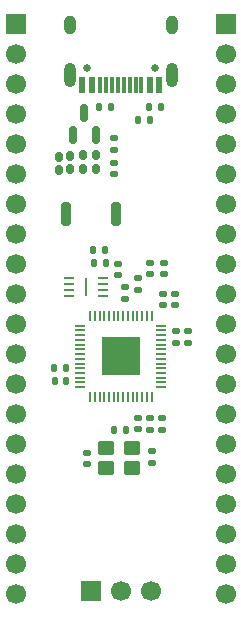
<source format=gbr>
%TF.GenerationSoftware,KiCad,Pcbnew,9.0.5*%
%TF.CreationDate,2025-11-27T10:56:10-06:00*%
%TF.ProjectId,devboard,64657662-6f61-4726-942e-6b696361645f,rev?*%
%TF.SameCoordinates,Original*%
%TF.FileFunction,Soldermask,Top*%
%TF.FilePolarity,Negative*%
%FSLAX46Y46*%
G04 Gerber Fmt 4.6, Leading zero omitted, Abs format (unit mm)*
G04 Created by KiCad (PCBNEW 9.0.5) date 2025-11-27 10:56:10*
%MOMM*%
%LPD*%
G01*
G04 APERTURE LIST*
G04 Aperture macros list*
%AMRoundRect*
0 Rectangle with rounded corners*
0 $1 Rounding radius*
0 $2 $3 $4 $5 $6 $7 $8 $9 X,Y pos of 4 corners*
0 Add a 4 corners polygon primitive as box body*
4,1,4,$2,$3,$4,$5,$6,$7,$8,$9,$2,$3,0*
0 Add four circle primitives for the rounded corners*
1,1,$1+$1,$2,$3*
1,1,$1+$1,$4,$5*
1,1,$1+$1,$6,$7*
1,1,$1+$1,$8,$9*
0 Add four rect primitives between the rounded corners*
20,1,$1+$1,$2,$3,$4,$5,0*
20,1,$1+$1,$4,$5,$6,$7,0*
20,1,$1+$1,$6,$7,$8,$9,0*
20,1,$1+$1,$8,$9,$2,$3,0*%
G04 Aperture macros list end*
%ADD10RoundRect,0.140000X-0.170000X0.140000X-0.170000X-0.140000X0.170000X-0.140000X0.170000X0.140000X0*%
%ADD11RoundRect,0.050000X-0.387500X-0.050000X0.387500X-0.050000X0.387500X0.050000X-0.387500X0.050000X0*%
%ADD12RoundRect,0.050000X-0.050000X-0.387500X0.050000X-0.387500X0.050000X0.387500X-0.050000X0.387500X0*%
%ADD13R,3.200000X3.200000*%
%ADD14RoundRect,0.200000X-0.200000X-0.800000X0.200000X-0.800000X0.200000X0.800000X-0.200000X0.800000X0*%
%ADD15RoundRect,0.140000X-0.140000X-0.170000X0.140000X-0.170000X0.140000X0.170000X-0.140000X0.170000X0*%
%ADD16RoundRect,0.062500X-0.387500X-0.062500X0.387500X-0.062500X0.387500X0.062500X-0.387500X0.062500X0*%
%ADD17R,0.200000X1.600000*%
%ADD18R,1.700000X1.700000*%
%ADD19C,1.700000*%
%ADD20RoundRect,0.135000X0.135000X0.185000X-0.135000X0.185000X-0.135000X-0.185000X0.135000X-0.185000X0*%
%ADD21RoundRect,0.160000X-0.160000X0.222500X-0.160000X-0.222500X0.160000X-0.222500X0.160000X0.222500X0*%
%ADD22RoundRect,0.135000X-0.135000X-0.185000X0.135000X-0.185000X0.135000X0.185000X-0.135000X0.185000X0*%
%ADD23RoundRect,0.140000X0.170000X-0.140000X0.170000X0.140000X-0.170000X0.140000X-0.170000X-0.140000X0*%
%ADD24RoundRect,0.135000X0.185000X-0.135000X0.185000X0.135000X-0.185000X0.135000X-0.185000X-0.135000X0*%
%ADD25RoundRect,0.150000X0.150000X-0.587500X0.150000X0.587500X-0.150000X0.587500X-0.150000X-0.587500X0*%
%ADD26RoundRect,0.250000X0.450000X0.350000X-0.450000X0.350000X-0.450000X-0.350000X0.450000X-0.350000X0*%
%ADD27C,0.650000*%
%ADD28R,0.600000X1.450000*%
%ADD29R,0.300000X1.450000*%
%ADD30O,1.000000X2.100000*%
%ADD31O,1.000000X1.600000*%
%ADD32RoundRect,0.140000X0.140000X0.170000X-0.140000X0.170000X-0.140000X-0.170000X0.140000X-0.170000X0*%
G04 APERTURE END LIST*
D10*
%TO.C,C15*%
X119766202Y-110995069D03*
X119766202Y-111955069D03*
%TD*%
D11*
%TO.C,U1*%
X119196875Y-100221875D03*
X119196875Y-100621875D03*
X119196875Y-101021875D03*
X119196875Y-101421875D03*
X119196875Y-101821875D03*
X119196875Y-102221875D03*
X119196875Y-102621875D03*
X119196875Y-103021875D03*
X119196875Y-103421875D03*
X119196875Y-103821875D03*
X119196875Y-104221875D03*
X119196875Y-104621875D03*
X119196875Y-105021875D03*
X119196875Y-105421875D03*
D12*
X120034375Y-106259375D03*
X120434375Y-106259375D03*
X120834375Y-106259375D03*
X121234375Y-106259375D03*
X121634375Y-106259375D03*
X122034375Y-106259375D03*
X122434375Y-106259375D03*
X122834375Y-106259375D03*
X123234375Y-106259375D03*
X123634375Y-106259375D03*
X124034375Y-106259375D03*
X124434375Y-106259375D03*
X124834375Y-106259375D03*
X125234375Y-106259375D03*
D11*
X126071875Y-105421875D03*
X126071875Y-105021875D03*
X126071875Y-104621875D03*
X126071875Y-104221875D03*
X126071875Y-103821875D03*
X126071875Y-103421875D03*
X126071875Y-103021875D03*
X126071875Y-102621875D03*
X126071875Y-102221875D03*
X126071875Y-101821875D03*
X126071875Y-101421875D03*
X126071875Y-101021875D03*
X126071875Y-100621875D03*
X126071875Y-100221875D03*
D12*
X125234375Y-99384375D03*
X124834375Y-99384375D03*
X124434375Y-99384375D03*
X124034375Y-99384375D03*
X123634375Y-99384375D03*
X123234375Y-99384375D03*
X122834375Y-99384375D03*
X122434375Y-99384375D03*
X122034375Y-99384375D03*
X121634375Y-99384375D03*
X121234375Y-99384375D03*
X120834375Y-99384375D03*
X120434375Y-99384375D03*
X120034375Y-99384375D03*
D13*
X122634375Y-102821875D03*
%TD*%
D10*
%TO.C,C7*%
X127333924Y-100700217D03*
X127333924Y-101660217D03*
%TD*%
D14*
%TO.C,SW1*%
X118022608Y-90774111D03*
X122222608Y-90774111D03*
%TD*%
D15*
%TO.C,C14*%
X125035937Y-81701227D03*
X125995937Y-81701227D03*
%TD*%
D16*
%TO.C,U2*%
X118277078Y-96193214D03*
X118277078Y-96693214D03*
X118277078Y-97193214D03*
X118277078Y-97693214D03*
X121127078Y-97693214D03*
X121127078Y-97193214D03*
X121127078Y-96693214D03*
X121127078Y-96193214D03*
D17*
X119702078Y-96943214D03*
%TD*%
D18*
%TO.C,J2*%
X113744375Y-74691875D03*
D19*
X113744375Y-77231875D03*
X113744375Y-79771875D03*
X113744375Y-82311875D03*
X113744375Y-84851875D03*
X113744375Y-87391875D03*
X113744375Y-89931875D03*
X113744375Y-92471875D03*
X113744375Y-95011875D03*
X113744375Y-97551875D03*
X113744375Y-100091875D03*
X113744375Y-102631875D03*
X113744375Y-105171875D03*
X113744375Y-107711875D03*
X113744375Y-110251875D03*
X113744375Y-112791875D03*
X113744375Y-115331875D03*
X113744375Y-117871875D03*
X113744375Y-120411875D03*
X113744375Y-122951875D03*
%TD*%
D20*
%TO.C,R6*%
X121385119Y-94890104D03*
X120365119Y-94890104D03*
%TD*%
D18*
%TO.C,J4*%
X120094375Y-122711875D03*
D19*
X122634375Y-122711875D03*
X125174375Y-122711875D03*
%TD*%
D21*
%TO.C,D3*%
X117365218Y-85916278D03*
X117365218Y-87061278D03*
%TD*%
D22*
%TO.C,R2*%
X120747343Y-81693889D03*
X121767343Y-81693889D03*
%TD*%
D10*
%TO.C,C12*%
X126150978Y-108053582D03*
X126150978Y-109013582D03*
%TD*%
D23*
%TO.C,C11*%
X122369567Y-95951788D03*
X122369567Y-94991788D03*
%TD*%
D10*
%TO.C,C6*%
X122074874Y-84350888D03*
X122074874Y-85310888D03*
%TD*%
D24*
%TO.C,R4*%
X124055967Y-97194913D03*
X124055967Y-96174913D03*
%TD*%
D18*
%TO.C,J3*%
X131524375Y-74691875D03*
D19*
X131524375Y-77231875D03*
X131524375Y-79771875D03*
X131524375Y-82311875D03*
X131524375Y-84851875D03*
X131524375Y-87391875D03*
X131524375Y-89931875D03*
X131524375Y-92471875D03*
X131524375Y-95011875D03*
X131524375Y-97551875D03*
X131524375Y-100091875D03*
X131524375Y-102631875D03*
X131524375Y-105171875D03*
X131524375Y-107711875D03*
X131524375Y-110251875D03*
X131524375Y-112791875D03*
X131524375Y-115331875D03*
X131524375Y-117871875D03*
X131524375Y-120411875D03*
X131524375Y-122951875D03*
%TD*%
D21*
%TO.C,D2*%
X118373753Y-85823339D03*
X118373753Y-86968339D03*
%TD*%
D25*
%TO.C,U4*%
X118598573Y-84076977D03*
X120498573Y-84076977D03*
X119548573Y-82201977D03*
%TD*%
D24*
%TO.C,R3*%
X123025820Y-97963214D03*
X123025820Y-96943214D03*
%TD*%
D21*
%TO.C,D1*%
X119447277Y-85795224D03*
X119447277Y-86940224D03*
%TD*%
D23*
%TO.C,C2*%
X125116904Y-95874595D03*
X125116904Y-94914595D03*
%TD*%
D10*
%TO.C,C9*%
X124048653Y-108042190D03*
X124048653Y-109002190D03*
%TD*%
%TO.C,C10*%
X125091290Y-108052506D03*
X125091290Y-109012506D03*
%TD*%
D21*
%TO.C,D4*%
X120504982Y-85783218D03*
X120504982Y-86928218D03*
%TD*%
D10*
%TO.C,C8*%
X128358481Y-100694190D03*
X128358481Y-101654190D03*
%TD*%
D23*
%TO.C,C13*%
X126202721Y-98478341D03*
X126202721Y-97518341D03*
%TD*%
D22*
%TO.C,R5*%
X122056712Y-109018289D03*
X123076712Y-109018289D03*
%TD*%
D26*
%TO.C,Y1*%
X123597696Y-110569176D03*
X121397696Y-110569176D03*
X121397696Y-112269176D03*
X123597696Y-112269176D03*
%TD*%
D22*
%TO.C,R1*%
X124114502Y-82771738D03*
X125134502Y-82771738D03*
%TD*%
D27*
%TO.C,J1*%
X125524375Y-78421875D03*
X119744375Y-78421875D03*
D28*
X125884375Y-79866875D03*
X125084375Y-79866875D03*
D29*
X123884375Y-79866875D03*
X122884375Y-79866875D03*
X122384375Y-79866875D03*
X121384375Y-79866875D03*
D28*
X120184375Y-79866875D03*
X119384375Y-79866875D03*
X119384375Y-79866875D03*
X120184375Y-79866875D03*
D29*
X120884375Y-79866875D03*
X121884375Y-79866875D03*
X123384375Y-79866875D03*
X124384375Y-79866875D03*
D28*
X125084375Y-79866875D03*
X125884375Y-79866875D03*
D30*
X126954375Y-78951875D03*
D31*
X126954375Y-74771875D03*
D30*
X118314375Y-78951875D03*
D31*
X118314375Y-74771875D03*
%TD*%
D32*
%TO.C,C1*%
X117986715Y-104887157D03*
X117026715Y-104887157D03*
%TD*%
D23*
%TO.C,C4*%
X127250394Y-98479914D03*
X127250394Y-97519914D03*
%TD*%
%TO.C,C16*%
X125291658Y-111812169D03*
X125291658Y-110852169D03*
%TD*%
D20*
%TO.C,R7*%
X121321639Y-93829353D03*
X120301639Y-93829353D03*
%TD*%
D23*
%TO.C,C3*%
X126310212Y-95838434D03*
X126310212Y-94878434D03*
%TD*%
D32*
%TO.C,C17*%
X117978543Y-103834818D03*
X117018543Y-103834818D03*
%TD*%
D10*
%TO.C,C5*%
X122086396Y-86404100D03*
X122086396Y-87364100D03*
%TD*%
M02*

</source>
